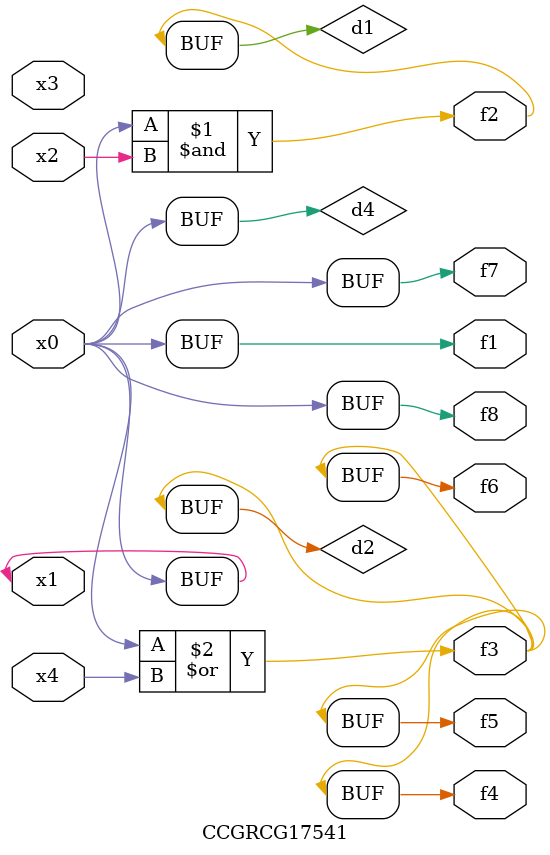
<source format=v>
module CCGRCG17541(
	input x0, x1, x2, x3, x4,
	output f1, f2, f3, f4, f5, f6, f7, f8
);

	wire d1, d2, d3, d4;

	and (d1, x0, x2);
	or (d2, x0, x4);
	nand (d3, x0, x2);
	buf (d4, x0, x1);
	assign f1 = d4;
	assign f2 = d1;
	assign f3 = d2;
	assign f4 = d2;
	assign f5 = d2;
	assign f6 = d2;
	assign f7 = d4;
	assign f8 = d4;
endmodule

</source>
